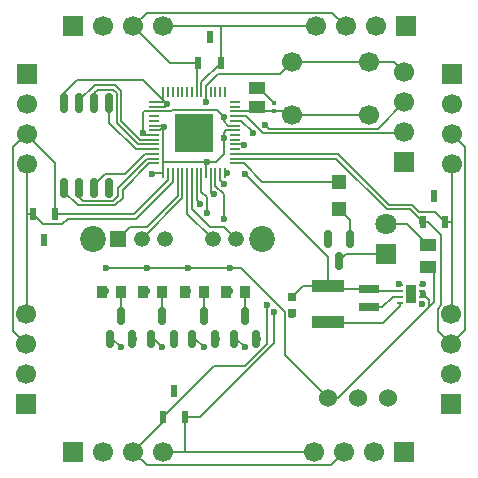
<source format=gbr>
%TF.GenerationSoftware,KiCad,Pcbnew,9.0.6*%
%TF.CreationDate,2025-12-07T19:24:30-08:00*%
%TF.ProjectId,redstone_repeater,72656473-746f-46e6-955f-726570656174,rev?*%
%TF.SameCoordinates,Original*%
%TF.FileFunction,Copper,L1,Top*%
%TF.FilePolarity,Positive*%
%FSLAX46Y46*%
G04 Gerber Fmt 4.6, Leading zero omitted, Abs format (unit mm)*
G04 Created by KiCad (PCBNEW 9.0.6) date 2025-12-07 19:24:30*
%MOMM*%
%LPD*%
G01*
G04 APERTURE LIST*
G04 Aperture macros list*
%AMRoundRect*
0 Rectangle with rounded corners*
0 $1 Rounding radius*
0 $2 $3 $4 $5 $6 $7 $8 $9 X,Y pos of 4 corners*
0 Add a 4 corners polygon primitive as box body*
4,1,4,$2,$3,$4,$5,$6,$7,$8,$9,$2,$3,0*
0 Add four circle primitives for the rounded corners*
1,1,$1+$1,$2,$3*
1,1,$1+$1,$4,$5*
1,1,$1+$1,$6,$7*
1,1,$1+$1,$8,$9*
0 Add four rect primitives between the rounded corners*
20,1,$1+$1,$2,$3,$4,$5,0*
20,1,$1+$1,$4,$5,$6,$7,0*
20,1,$1+$1,$6,$7,$8,$9,0*
20,1,$1+$1,$8,$9,$2,$3,0*%
G04 Aperture macros list end*
%TA.AperFunction,ComponentPad*%
%ADD10C,1.524000*%
%TD*%
%TA.AperFunction,SMDPad,CuDef*%
%ADD11RoundRect,0.150000X0.150000X-0.587500X0.150000X0.587500X-0.150000X0.587500X-0.150000X-0.587500X0*%
%TD*%
%TA.AperFunction,SMDPad,CuDef*%
%ADD12R,0.950000X1.000000*%
%TD*%
%TA.AperFunction,SMDPad,CuDef*%
%ADD13RoundRect,0.150000X-0.150000X0.587500X-0.150000X-0.587500X0.150000X-0.587500X0.150000X0.587500X0*%
%TD*%
%TA.AperFunction,ComponentPad*%
%ADD14C,1.700000*%
%TD*%
%TA.AperFunction,ComponentPad*%
%ADD15R,1.337000X1.337000*%
%TD*%
%TA.AperFunction,ComponentPad*%
%ADD16C,1.337000*%
%TD*%
%TA.AperFunction,ComponentPad*%
%ADD17C,2.190000*%
%TD*%
%TA.AperFunction,SMDPad,CuDef*%
%ADD18RoundRect,0.062500X0.187500X0.062500X-0.187500X0.062500X-0.187500X-0.062500X0.187500X-0.062500X0*%
%TD*%
%TA.AperFunction,HeatsinkPad*%
%ADD19C,0.600000*%
%TD*%
%TA.AperFunction,SMDPad,CuDef*%
%ADD20R,0.900000X1.600000*%
%TD*%
%TA.AperFunction,ComponentPad*%
%ADD21R,1.700000X1.700000*%
%TD*%
%TA.AperFunction,SMDPad,CuDef*%
%ADD22R,0.420000X0.460000*%
%TD*%
%TA.AperFunction,SMDPad,CuDef*%
%ADD23R,1.800000X0.800000*%
%TD*%
%TA.AperFunction,SMDPad,CuDef*%
%ADD24R,0.600000X1.100000*%
%TD*%
%TA.AperFunction,SMDPad,CuDef*%
%ADD25R,0.700000X0.650000*%
%TD*%
%TA.AperFunction,SMDPad,CuDef*%
%ADD26R,1.450000X1.000000*%
%TD*%
%TA.AperFunction,SMDPad,CuDef*%
%ADD27R,2.700000X1.100000*%
%TD*%
%TA.AperFunction,SMDPad,CuDef*%
%ADD28RoundRect,0.162500X0.162500X-0.650000X0.162500X0.650000X-0.162500X0.650000X-0.162500X-0.650000X0*%
%TD*%
%TA.AperFunction,SMDPad,CuDef*%
%ADD29RoundRect,0.050000X0.050000X-0.387500X0.050000X0.387500X-0.050000X0.387500X-0.050000X-0.387500X0*%
%TD*%
%TA.AperFunction,SMDPad,CuDef*%
%ADD30RoundRect,0.050000X0.387500X-0.050000X0.387500X0.050000X-0.387500X0.050000X-0.387500X-0.050000X0*%
%TD*%
%TA.AperFunction,HeatsinkPad*%
%ADD31R,3.200000X3.200000*%
%TD*%
%TA.AperFunction,SMDPad,CuDef*%
%ADD32R,1.470000X1.020000*%
%TD*%
%TA.AperFunction,ComponentPad*%
%ADD33R,1.800000X1.800000*%
%TD*%
%TA.AperFunction,ComponentPad*%
%ADD34C,1.800000*%
%TD*%
%TA.AperFunction,SMDPad,CuDef*%
%ADD35R,1.250000X1.150000*%
%TD*%
%TA.AperFunction,ViaPad*%
%ADD36C,0.600000*%
%TD*%
%TA.AperFunction,Conductor*%
%ADD37C,0.200000*%
%TD*%
G04 APERTURE END LIST*
D10*
%TO.P,U2,1,Vin*%
%TO.N,VCC*%
X192580000Y-68500000D03*
%TO.P,U2,2,GND*%
%TO.N,GND*%
X190040000Y-68500000D03*
%TO.P,U2,3,Vout*%
%TO.N,/5V_LOCAL*%
X187500000Y-68500000D03*
%TD*%
D11*
%TO.P,Q4,1,B*%
%TO.N,Net-(Q4-B)*%
X179550000Y-63437500D03*
%TO.P,Q4,2,E*%
%TO.N,GND*%
X181450000Y-63437500D03*
%TO.P,Q4,3,C*%
%TO.N,Net-(D4-K)*%
X180500000Y-61562500D03*
%TD*%
D12*
%TO.P,D3,1,K*%
%TO.N,Net-(D3-K)*%
X177000000Y-59500000D03*
%TO.P,D3,2,A*%
%TO.N,Net-(D3-A)*%
X175400000Y-59500000D03*
%TD*%
D13*
%TO.P,Q5,1,B*%
%TO.N,Net-(Q5-B)*%
X189400000Y-55000000D03*
%TO.P,Q5,2,E*%
%TO.N,GND*%
X187500000Y-55000000D03*
%TO.P,Q5,3,C*%
%TO.N,Net-(D5-K)*%
X188450000Y-56875000D03*
%TD*%
D14*
%TO.P,SW1,1,A*%
%TO.N,/3.3V_LOCAL*%
X184500000Y-40000000D03*
X191000000Y-40000000D03*
%TO.P,SW1,2,B*%
%TO.N,Net-(SW1-B)*%
X184500000Y-44500000D03*
X191000000Y-44500000D03*
%TD*%
D15*
%TO.P,S1,1,NC*%
%TO.N,Net-(S1-NC)*%
X169753508Y-55000000D03*
D16*
%TO.P,S1,2,NO_1*%
%TO.N,Net-(S1-NO_1)*%
X171753508Y-55000000D03*
%TO.P,S1,3,COM*%
%TO.N,GND*%
X173753508Y-55000000D03*
%TO.P,S1,4,NO_2*%
%TO.N,Net-(S1-NO_2)*%
X177753508Y-55000000D03*
%TO.P,S1,5,NO_3*%
%TO.N,Net-(S1-NO_3)*%
X179753508Y-55000000D03*
D17*
%TO.P,S1,6,MH1*%
%TO.N,unconnected-(S1-MH1-Pad6)*%
X167603508Y-55000000D03*
%TO.P,S1,7,MH2*%
%TO.N,unconnected-(S1-MH2-Pad7)*%
X181903508Y-55000000D03*
%TD*%
D18*
%TO.P,U3,1,PGND*%
%TO.N,GND*%
X195500000Y-60413863D03*
%TO.P,U3,2,VIN*%
%TO.N,/5V_LOCAL*%
X195500000Y-59913863D03*
%TO.P,U3,3,EN*%
X195500000Y-59413863D03*
%TO.P,U3,4,AGND*%
%TO.N,GND*%
X195500000Y-58913863D03*
%TO.P,U3,5,FB*%
X193600000Y-58913863D03*
%TO.P,U3,6,VOS*%
%TO.N,/3.3V_LOCAL*%
X193600000Y-59413863D03*
%TO.P,U3,7,SW*%
%TO.N,Net-(U3-SW)*%
X193600000Y-59913863D03*
%TO.P,U3,8,PG*%
%TO.N,Net-(U3-PG)*%
X193600000Y-60413863D03*
D19*
%TO.P,U3,9,PAD*%
%TO.N,GND*%
X194550000Y-60163863D03*
D20*
X194550000Y-59663863D03*
D19*
X194550000Y-59163863D03*
%TD*%
D21*
%TO.P,J9,1,Pin_1*%
%TO.N,GND*%
X194000000Y-48500000D03*
D14*
%TO.P,J9,2,Pin_2*%
%TO.N,Net-(J9-Pin_2)*%
X194000000Y-45960000D03*
%TO.P,J9,3,Pin_3*%
%TO.N,Net-(J9-Pin_3)*%
X194000000Y-43420000D03*
%TO.P,J9,4,Pin_4*%
%TO.N,/3.3V_LOCAL*%
X194000000Y-40880000D03*
%TD*%
D22*
%TO.P,C7,1,1*%
%TO.N,Net-(SW1-B)*%
X183000000Y-44160000D03*
%TO.P,C7,2,2*%
%TO.N,GND*%
X183000000Y-43500000D03*
%TD*%
D21*
%TO.P,J8,1,Pin_1*%
%TO.N,GND*%
X162000000Y-69000000D03*
D14*
%TO.P,J8,2,Pin_2*%
%TO.N,VCC*%
X162000000Y-66460000D03*
%TO.P,J8,3,Pin_3*%
%TO.N,/W_TX*%
X162000000Y-63920000D03*
%TO.P,J8,4,Pin_4*%
%TO.N,/W_RX*%
X162000000Y-61380000D03*
%TD*%
D12*
%TO.P,D4,1,K*%
%TO.N,Net-(D4-K)*%
X180500000Y-59500000D03*
%TO.P,D4,2,A*%
%TO.N,Net-(D4-A)*%
X178900000Y-59500000D03*
%TD*%
D21*
%TO.P,J4,1,Pin_1*%
%TO.N,GND*%
X197975000Y-69000000D03*
D14*
%TO.P,J4,2,Pin_2*%
%TO.N,VCC*%
X197975000Y-66460000D03*
%TO.P,J4,3,Pin_3*%
%TO.N,/E_TX*%
X197975000Y-63920000D03*
%TO.P,J4,4,Pin_4*%
%TO.N,/E_RX*%
X197975000Y-61380000D03*
%TD*%
D23*
%TO.P,L1,1,1*%
%TO.N,/3.3V_LOCAL*%
X191000000Y-59200000D03*
%TO.P,L1,2,2*%
%TO.N,Net-(U3-SW)*%
X191000000Y-60800000D03*
%TD*%
D24*
%TO.P,D18,1,K1*%
%TO.N,/E_TX*%
X195550000Y-53550000D03*
%TO.P,D18,2,K2*%
%TO.N,/E_RX*%
X197450000Y-53550000D03*
%TO.P,D18,3,COM_A*%
%TO.N,GND*%
X196500000Y-51350000D03*
%TD*%
D12*
%TO.P,D1,1,K*%
%TO.N,Net-(D1-K)*%
X170000000Y-59500000D03*
%TO.P,D1,2,A*%
%TO.N,Net-(D1-A)*%
X168400000Y-59500000D03*
%TD*%
D11*
%TO.P,Q1,1,B*%
%TO.N,Net-(Q1-B)*%
X169050000Y-63437500D03*
%TO.P,Q1,2,E*%
%TO.N,GND*%
X170950000Y-63437500D03*
%TO.P,Q1,3,C*%
%TO.N,Net-(D1-K)*%
X170000000Y-61562500D03*
%TD*%
D21*
%TO.P,J1,1,Pin_1*%
%TO.N,GND*%
X165975000Y-37000000D03*
D14*
%TO.P,J1,2,Pin_2*%
%TO.N,VCC*%
X168515000Y-37000000D03*
%TO.P,J1,3,Pin_3*%
%TO.N,/N_TX*%
X171055000Y-37000000D03*
%TO.P,J1,4,Pin_4*%
%TO.N,/N_RX*%
X173595000Y-37000000D03*
%TD*%
D25*
%TO.P,C5,1,1*%
%TO.N,/3.3V_LOCAL*%
X184500000Y-59913863D03*
%TO.P,C5,2,2*%
%TO.N,GND*%
X184500000Y-61263863D03*
%TD*%
D26*
%TO.P,R10,1*%
%TO.N,/5V_LOCAL*%
X196000000Y-57400000D03*
%TO.P,R10,2*%
%TO.N,Net-(D5-A)*%
X196000000Y-55500000D03*
%TD*%
D27*
%TO.P,R17,1*%
%TO.N,/3.3V_LOCAL*%
X187500000Y-59000000D03*
%TO.P,R17,2*%
%TO.N,Net-(U3-PG)*%
X187500000Y-62000000D03*
%TD*%
D21*
%TO.P,J2,1,Pin_1*%
%TO.N,GND*%
X194095000Y-37000000D03*
D14*
%TO.P,J2,2,Pin_2*%
%TO.N,VCC*%
X191555000Y-37000000D03*
%TO.P,J2,3,Pin_3*%
%TO.N,/N_TX*%
X189015000Y-37000000D03*
%TO.P,J2,4,Pin_4*%
%TO.N,/N_RX*%
X186475000Y-37000000D03*
%TD*%
D24*
%TO.P,D21,1,K1*%
%TO.N,/W_TX*%
X164450000Y-52900000D03*
%TO.P,D21,2,K2*%
%TO.N,/W_RX*%
X162550000Y-52900000D03*
%TO.P,D21,3,COM_A*%
%TO.N,GND*%
X163500000Y-55100000D03*
%TD*%
D12*
%TO.P,D2,1,K*%
%TO.N,Net-(D2-K)*%
X173500000Y-59500000D03*
%TO.P,D2,2,A*%
%TO.N,Net-(D2-A)*%
X171900000Y-59500000D03*
%TD*%
D11*
%TO.P,Q2,1,B*%
%TO.N,Net-(Q2-B)*%
X172550000Y-63437500D03*
%TO.P,Q2,2,E*%
%TO.N,GND*%
X174450000Y-63437500D03*
%TO.P,Q2,3,C*%
%TO.N,Net-(D2-K)*%
X173500000Y-61562500D03*
%TD*%
D28*
%TO.P,U5,1,~{CS}*%
%TO.N,Net-(U1-QSPI_SS)*%
X165194999Y-50650000D03*
%TO.P,U5,2,DO/IO_{1}*%
%TO.N,Net-(U1-QSPI_SD1)*%
X166464999Y-50650000D03*
%TO.P,U5,3,~{WP}/IO_{2}*%
%TO.N,Net-(U1-QSPI_SD2)*%
X167734999Y-50650000D03*
%TO.P,U5,4,GND*%
%TO.N,GND*%
X169004999Y-50650000D03*
%TO.P,U5,5,DI/IO_{0}*%
%TO.N,Net-(U1-QSPI_SD0)*%
X169004999Y-43475000D03*
%TO.P,U5,6,CLK*%
%TO.N,Net-(U1-QSPI_SCLK)*%
X167734999Y-43475000D03*
%TO.P,U5,7,~{HOLD}/~{RESET}/IO_{3}*%
%TO.N,Net-(U1-QSPI_SD3)*%
X166464999Y-43475000D03*
%TO.P,U5,8,VCC*%
%TO.N,/3.3V_LOCAL*%
X165194999Y-43475000D03*
%TD*%
D21*
%TO.P,J6,1,Pin_1*%
%TO.N,GND*%
X193975000Y-73025000D03*
D14*
%TO.P,J6,2,Pin_2*%
%TO.N,VCC*%
X191435000Y-73025000D03*
%TO.P,J6,3,Pin_3*%
%TO.N,/S_TX*%
X188895000Y-73025000D03*
%TO.P,J6,4,Pin_4*%
%TO.N,/S_RX*%
X186355000Y-73025000D03*
%TD*%
D29*
%TO.P,U1,1,IOVDD*%
%TO.N,/3.3V_LOCAL*%
X173600000Y-49437500D03*
%TO.P,U1,2,GPIO0*%
%TO.N,/W_TX*%
X174000001Y-49437500D03*
%TO.P,U1,3,GPIO1*%
%TO.N,/W_RX*%
X174400000Y-49437500D03*
%TO.P,U1,4,GPIO2*%
%TO.N,Net-(S1-NC)*%
X174800000Y-49437500D03*
%TO.P,U1,5,GPIO3*%
%TO.N,Net-(S1-NO_1)*%
X175200000Y-49437500D03*
%TO.P,U1,6,GPIO4*%
%TO.N,Net-(S1-NO_2)*%
X175599999Y-49437500D03*
%TO.P,U1,7,GPIO5*%
%TO.N,Net-(S1-NO_3)*%
X176000000Y-49437500D03*
%TO.P,U1,8,GPIO6*%
%TO.N,Net-(U1-GPIO6)*%
X176400000Y-49437500D03*
%TO.P,U1,9,GPIO7*%
%TO.N,Net-(U1-GPIO7)*%
X176800001Y-49437500D03*
%TO.P,U1,10,IOVDD*%
%TO.N,/3.3V_LOCAL*%
X177200000Y-49437500D03*
%TO.P,U1,11,GPIO8*%
%TO.N,Net-(U1-GPIO8)*%
X177600000Y-49437500D03*
%TO.P,U1,12,GPIO9*%
%TO.N,Net-(U1-GPIO9)*%
X178000000Y-49437500D03*
%TO.P,U1,13,GPIO10*%
%TO.N,/S_TX*%
X178399999Y-49437500D03*
%TO.P,U1,14,GPIO11*%
%TO.N,/S_RX*%
X178800000Y-49437500D03*
D30*
%TO.P,U1,15,GPIO12*%
%TO.N,Net-(U1-GPIO12)*%
X179637500Y-48600000D03*
%TO.P,U1,16,GPIO13*%
%TO.N,/E_TX*%
X179637500Y-48199999D03*
%TO.P,U1,17,GPIO14*%
%TO.N,/E_RX*%
X179637500Y-47800000D03*
%TO.P,U1,18,GPIO15*%
%TO.N,unconnected-(U1-GPIO15-Pad18)*%
X179637500Y-47400000D03*
%TO.P,U1,19,TESTEN*%
%TO.N,GND*%
X179637500Y-47000000D03*
%TO.P,U1,20,XIN*%
%TO.N,unconnected-(U1-XIN-Pad20)*%
X179637500Y-46600001D03*
%TO.P,U1,21,XOUT*%
%TO.N,unconnected-(U1-XOUT-Pad21)*%
X179637500Y-46200000D03*
%TO.P,U1,22,IOVDD*%
%TO.N,/3.3V_LOCAL*%
X179637500Y-45800000D03*
%TO.P,U1,23,DVDD*%
%TO.N,Net-(U1-VREG_VOUT)*%
X179637500Y-45399999D03*
%TO.P,U1,24,SWCLK*%
%TO.N,Net-(J9-Pin_3)*%
X179637500Y-45000000D03*
%TO.P,U1,25,SWD*%
%TO.N,Net-(J9-Pin_2)*%
X179637500Y-44600000D03*
%TO.P,U1,26,RUN*%
%TO.N,Net-(SW1-B)*%
X179637500Y-44200000D03*
%TO.P,U1,27,GPIO16*%
%TO.N,unconnected-(U1-GPIO16-Pad27)*%
X179637500Y-43800001D03*
%TO.P,U1,28,GPIO17*%
%TO.N,unconnected-(U1-GPIO17-Pad28)*%
X179637500Y-43400000D03*
D29*
%TO.P,U1,29,GPIO18*%
%TO.N,unconnected-(U1-GPIO18-Pad29)*%
X178800000Y-42562500D03*
%TO.P,U1,30,GPIO19*%
%TO.N,unconnected-(U1-GPIO19-Pad30)*%
X178399999Y-42562500D03*
%TO.P,U1,31,GPIO20*%
%TO.N,unconnected-(U1-GPIO20-Pad31)*%
X178000000Y-42562500D03*
%TO.P,U1,32,GPIO21*%
%TO.N,unconnected-(U1-GPIO21-Pad32)*%
X177600000Y-42562500D03*
%TO.P,U1,33,IOVDD*%
%TO.N,/3.3V_LOCAL*%
X177200000Y-42562500D03*
%TO.P,U1,34,GPIO22*%
%TO.N,/N_RX*%
X176800001Y-42562500D03*
%TO.P,U1,35,GPIO23*%
%TO.N,/N_TX*%
X176400000Y-42562500D03*
%TO.P,U1,36,GPIO24*%
%TO.N,unconnected-(U1-GPIO24-Pad36)*%
X176000000Y-42562500D03*
%TO.P,U1,37,GPIO25*%
%TO.N,unconnected-(U1-GPIO25-Pad37)*%
X175599999Y-42562500D03*
%TO.P,U1,38,GPIO26_ADC0*%
%TO.N,unconnected-(U1-GPIO26_ADC0-Pad38)*%
X175200000Y-42562500D03*
%TO.P,U1,39,GPIO27_ADC1*%
%TO.N,unconnected-(U1-GPIO27_ADC1-Pad39)*%
X174800000Y-42562500D03*
%TO.P,U1,40,GPIO28_ADC2*%
%TO.N,unconnected-(U1-GPIO28_ADC2-Pad40)*%
X174400000Y-42562500D03*
%TO.P,U1,41,GPIO29_ADC3*%
%TO.N,unconnected-(U1-GPIO29_ADC3-Pad41)*%
X174000001Y-42562500D03*
%TO.P,U1,42,IOVDD*%
%TO.N,/3.3V_LOCAL*%
X173600000Y-42562500D03*
D30*
%TO.P,U1,43,ADC_AVDD*%
X172762500Y-43400000D03*
%TO.P,U1,44,VREG_IN*%
X172762500Y-43800001D03*
%TO.P,U1,45,VREG_VOUT*%
%TO.N,Net-(U1-VREG_VOUT)*%
X172762500Y-44200000D03*
%TO.P,U1,46,USB_DM*%
%TO.N,unconnected-(U1-USB_DM-Pad46)*%
X172762500Y-44600000D03*
%TO.P,U1,47,USB_DP*%
%TO.N,unconnected-(U1-USB_DP-Pad47)*%
X172762500Y-45000000D03*
%TO.P,U1,48,USB_VDD*%
%TO.N,/3.3V_LOCAL*%
X172762500Y-45399999D03*
%TO.P,U1,49,IOVDD*%
X172762500Y-45800000D03*
%TO.P,U1,50,DVDD*%
%TO.N,Net-(U1-VREG_VOUT)*%
X172762500Y-46200000D03*
%TO.P,U1,51,QSPI_SD3*%
%TO.N,Net-(U1-QSPI_SD3)*%
X172762500Y-46600001D03*
%TO.P,U1,52,QSPI_SCLK*%
%TO.N,Net-(U1-QSPI_SCLK)*%
X172762500Y-47000000D03*
%TO.P,U1,53,QSPI_SD0*%
%TO.N,Net-(U1-QSPI_SD0)*%
X172762500Y-47400000D03*
%TO.P,U1,54,QSPI_SD2*%
%TO.N,Net-(U1-QSPI_SD2)*%
X172762500Y-47800000D03*
%TO.P,U1,55,QSPI_SD1*%
%TO.N,Net-(U1-QSPI_SD1)*%
X172762500Y-48199999D03*
%TO.P,U1,56,QSPI_SS*%
%TO.N,Net-(U1-QSPI_SS)*%
X172762500Y-48600000D03*
D31*
%TO.P,U1,57,GND*%
%TO.N,GND*%
X176200000Y-46000000D03*
%TD*%
D32*
%TO.P,C6,1,1*%
%TO.N,Net-(SW1-B)*%
X181500000Y-43800000D03*
%TO.P,C6,2,2*%
%TO.N,GND*%
X181500000Y-42200000D03*
%TD*%
D33*
%TO.P,D5,1,K*%
%TO.N,Net-(D5-K)*%
X192403508Y-56270000D03*
D34*
%TO.P,D5,2,A*%
%TO.N,Net-(D5-A)*%
X192403508Y-53730000D03*
%TD*%
D21*
%TO.P,J5,1,Pin_1*%
%TO.N,GND*%
X165975000Y-73000000D03*
D14*
%TO.P,J5,2,Pin_2*%
%TO.N,VCC*%
X168515000Y-73000000D03*
%TO.P,J5,3,Pin_3*%
%TO.N,/S_TX*%
X171055000Y-73000000D03*
%TO.P,J5,4,Pin_4*%
%TO.N,/S_RX*%
X173595000Y-73000000D03*
%TD*%
D24*
%TO.P,D17,1,K1*%
%TO.N,/N_TX*%
X176550000Y-40100000D03*
%TO.P,D17,2,K2*%
%TO.N,/N_RX*%
X178450000Y-40100000D03*
%TO.P,D17,3,COM_A*%
%TO.N,GND*%
X177500000Y-37900000D03*
%TD*%
%TO.P,D20,1,K1*%
%TO.N,/S_TX*%
X173550000Y-70100000D03*
%TO.P,D20,2,K2*%
%TO.N,/S_RX*%
X175450000Y-70100000D03*
%TO.P,D20,3,COM_A*%
%TO.N,GND*%
X174500000Y-67900000D03*
%TD*%
D21*
%TO.P,J7,1,Pin_1*%
%TO.N,GND*%
X162050000Y-41000000D03*
D14*
%TO.P,J7,2,Pin_2*%
%TO.N,VCC*%
X162050000Y-43540000D03*
%TO.P,J7,3,Pin_3*%
%TO.N,/W_TX*%
X162050000Y-46080000D03*
%TO.P,J7,4,Pin_4*%
%TO.N,/W_RX*%
X162050000Y-48620000D03*
%TD*%
D11*
%TO.P,Q3,1,B*%
%TO.N,Net-(Q3-B)*%
X176050000Y-63437500D03*
%TO.P,Q3,2,E*%
%TO.N,GND*%
X177950000Y-63437500D03*
%TO.P,Q3,3,C*%
%TO.N,Net-(D3-K)*%
X177000000Y-61562500D03*
%TD*%
D21*
%TO.P,J3,1,Pin_1*%
%TO.N,GND*%
X198000000Y-41000000D03*
D14*
%TO.P,J3,2,Pin_2*%
%TO.N,VCC*%
X198000000Y-43540000D03*
%TO.P,J3,3,Pin_3*%
%TO.N,/E_TX*%
X198000000Y-46080000D03*
%TO.P,J3,4,Pin_4*%
%TO.N,/E_RX*%
X198000000Y-48620000D03*
%TD*%
D35*
%TO.P,R9,1*%
%TO.N,Net-(Q5-B)*%
X188500000Y-52500000D03*
%TO.P,R9,2*%
%TO.N,Net-(U1-GPIO12)*%
X188500000Y-50150000D03*
%TD*%
D36*
%TO.N,/5V_LOCAL*%
X195580000Y-59693863D03*
X179200000Y-57500000D03*
X168700000Y-57500000D03*
X172200000Y-57500000D03*
X175700000Y-57500000D03*
%TO.N,GND*%
X177200000Y-46000000D03*
X187500000Y-55000000D03*
X169000000Y-50500000D03*
X195538845Y-58788863D03*
X195461137Y-60538863D03*
X175200000Y-47000000D03*
X181500000Y-42000000D03*
X177200000Y-47000000D03*
X181608119Y-63471168D03*
X176200000Y-45000000D03*
X171108119Y-63471168D03*
X177200000Y-45000000D03*
X176200000Y-46000000D03*
X180457819Y-47009694D03*
X175200000Y-46000000D03*
X193503362Y-58788863D03*
X174500000Y-68000000D03*
X175200000Y-45000000D03*
X177500000Y-38000000D03*
X184500000Y-61413863D03*
X196500000Y-51350000D03*
X176200000Y-47000000D03*
X174608119Y-63471168D03*
X163500000Y-55000000D03*
X178108119Y-63471168D03*
%TO.N,/3.3V_LOCAL*%
X173900000Y-43600000D03*
X178706166Y-46466793D03*
X172600000Y-49500000D03*
X177300000Y-48500000D03*
X180475735Y-49524265D03*
X177200134Y-43375302D03*
X173629998Y-45500000D03*
%TO.N,Net-(U1-VREG_VOUT)*%
X171845229Y-46000001D03*
X178700000Y-44700000D03*
%TO.N,Net-(D1-A)*%
X168700000Y-59400000D03*
%TO.N,Net-(D2-A)*%
X172200000Y-59400000D03*
%TO.N,Net-(D3-A)*%
X175700000Y-59400000D03*
%TO.N,Net-(D4-A)*%
X179200000Y-59400000D03*
%TO.N,/E_TX*%
X195500000Y-53500000D03*
%TO.N,/S_RX*%
X182988235Y-61211762D03*
X178999999Y-49442297D03*
%TO.N,/S_TX*%
X182388235Y-60611765D03*
X178724265Y-50375735D03*
%TO.N,Net-(J9-Pin_3)*%
X181157819Y-46006346D03*
X182168390Y-45318444D03*
%TO.N,Net-(Q2-B)*%
X173500000Y-64175000D03*
%TO.N,Net-(Q3-B)*%
X177000000Y-64175000D03*
%TO.N,Net-(Q4-B)*%
X180500000Y-64175000D03*
%TO.N,Net-(U1-GPIO7)*%
X177275735Y-52830685D03*
%TO.N,Net-(Q1-B)*%
X170000000Y-64175000D03*
%TO.N,Net-(U1-GPIO8)*%
X177875735Y-51224265D03*
%TO.N,Net-(U1-GPIO6)*%
X176675735Y-52005206D03*
%TO.N,Net-(U1-GPIO9)*%
X178723008Y-53276992D03*
%TD*%
D37*
%TO.N,/5V_LOCAL*%
X195500000Y-59413863D02*
X195500000Y-59913863D01*
X196000000Y-57400000D02*
X196500000Y-57900000D01*
X196500000Y-60349943D02*
X196062137Y-60787806D01*
X195500000Y-59773863D02*
X195580000Y-59693863D01*
X195580000Y-59693863D02*
X196062137Y-60176000D01*
X196500000Y-57900000D02*
X196500000Y-60349943D01*
X183849000Y-64849000D02*
X187500000Y-68500000D01*
X196062137Y-60176000D02*
X196062137Y-60787806D01*
X175700000Y-57500000D02*
X179200000Y-57500000D01*
X195500000Y-59913863D02*
X195500000Y-59773863D01*
X172200000Y-57500000D02*
X168700000Y-57500000D01*
X188349943Y-68500000D02*
X187500000Y-68500000D01*
X183849000Y-61224000D02*
X183849000Y-64849000D01*
X172200000Y-57500000D02*
X175700000Y-57500000D01*
X196062137Y-60787806D02*
X188349943Y-68500000D01*
X179200000Y-57500000D02*
X180125000Y-57500000D01*
X180125000Y-57500000D02*
X183849000Y-61224000D01*
%TO.N,GND*%
X174450000Y-63437500D02*
X174574451Y-63437500D01*
X169004999Y-50504999D02*
X169000000Y-50500000D01*
X170950000Y-63437500D02*
X171074451Y-63437500D01*
X180448125Y-47000000D02*
X180457819Y-47009694D01*
X181700000Y-42200000D02*
X181500000Y-42200000D01*
X174574451Y-63437500D02*
X174608119Y-63471168D01*
X171074451Y-63437500D02*
X171108119Y-63471168D01*
X181450000Y-63437500D02*
X181574451Y-63437500D01*
X169004999Y-50650000D02*
X169004999Y-50504999D01*
X177950000Y-63437500D02*
X178074451Y-63437500D01*
X178074451Y-63437500D02*
X178108119Y-63471168D01*
X195500000Y-58827708D02*
X195538845Y-58788863D01*
X183000000Y-43500000D02*
X181700000Y-42200000D01*
X193600000Y-58913863D02*
X193600000Y-58885501D01*
X184500000Y-61263863D02*
X184500000Y-61413863D01*
X179637500Y-47000000D02*
X180448125Y-47000000D01*
X195500000Y-58913863D02*
X195500000Y-58827708D01*
X195500000Y-60500000D02*
X195461137Y-60538863D01*
X195500000Y-60413863D02*
X195500000Y-60500000D01*
X181574451Y-63437500D02*
X181608119Y-63471168D01*
X193600000Y-58885501D02*
X193503362Y-58788863D01*
%TO.N,/3.3V_LOCAL*%
X177300000Y-48500000D02*
X173600000Y-48500000D01*
X188200000Y-59200000D02*
X191000000Y-59200000D01*
X172762500Y-45399999D02*
X173529997Y-45399999D01*
X173600000Y-49437500D02*
X173600000Y-48500000D01*
X185413863Y-59000000D02*
X184500000Y-59913863D01*
X173529997Y-45399999D02*
X173629998Y-45500000D01*
X178010000Y-48500000D02*
X178706166Y-47803834D01*
X173600000Y-45529998D02*
X173629998Y-45500000D01*
X177200000Y-49437500D02*
X177200000Y-48600000D01*
X191213863Y-59413863D02*
X193600000Y-59413863D01*
X165194999Y-42662501D02*
X166298000Y-41559500D01*
X178706166Y-47803834D02*
X178706166Y-46466793D01*
X173600000Y-48500000D02*
X173600000Y-45529998D01*
X173329998Y-45800000D02*
X173629998Y-45500000D01*
X188000000Y-59000000D02*
X188200000Y-59200000D01*
X173699999Y-43800001D02*
X173900000Y-43600000D01*
X171859500Y-41559500D02*
X173900000Y-43600000D01*
X187500000Y-59000000D02*
X185413863Y-59000000D01*
X173600000Y-42562500D02*
X173600000Y-43300000D01*
X184500000Y-40000000D02*
X183500000Y-41000000D01*
X165194999Y-43475000D02*
X165194999Y-42662501D01*
X172762500Y-43800001D02*
X173699999Y-43800001D01*
X172662500Y-49437500D02*
X172600000Y-49500000D01*
X166298000Y-41559500D02*
X171859500Y-41559500D01*
X187500000Y-59000000D02*
X187500000Y-56548530D01*
X172762500Y-43400000D02*
X173700000Y-43400000D01*
X177200000Y-42027226D02*
X178227226Y-41000000D01*
X194000000Y-40880000D02*
X193120000Y-40000000D01*
X193120000Y-40000000D02*
X191000000Y-40000000D01*
X183500000Y-41000000D02*
X178227226Y-41000000D01*
X187500000Y-59000000D02*
X188000000Y-59000000D01*
X178900000Y-45800000D02*
X178706166Y-45993834D01*
X191000000Y-59200000D02*
X191213863Y-59413863D01*
X191000000Y-40000000D02*
X184500000Y-40000000D01*
X179637500Y-45800000D02*
X178900000Y-45800000D01*
X177200000Y-42562500D02*
X177200000Y-43375168D01*
X177300000Y-48500000D02*
X178010000Y-48500000D01*
X177200000Y-43375168D02*
X177200134Y-43375302D01*
X178706166Y-45993834D02*
X178706166Y-46466793D01*
X173600000Y-49437500D02*
X172662500Y-49437500D01*
X173700000Y-43400000D02*
X173900000Y-43600000D01*
X187500000Y-56548530D02*
X180475735Y-49524265D01*
X177200000Y-48600000D02*
X177300000Y-48500000D01*
X177200000Y-42562500D02*
X177200000Y-42027226D01*
X172762500Y-45800000D02*
X173329998Y-45800000D01*
%TO.N,Net-(U1-VREG_VOUT)*%
X178700000Y-44700000D02*
X178700000Y-44698000D01*
X179099999Y-45399999D02*
X178700000Y-45000000D01*
X178700000Y-45000000D02*
X178700000Y-44700000D01*
X172045228Y-46200000D02*
X171845229Y-46000001D01*
X174198000Y-44200000D02*
X174299000Y-44099000D01*
X174299000Y-44099000D02*
X178101000Y-44099000D01*
X172762500Y-44200000D02*
X174198000Y-44200000D01*
X179637500Y-45399999D02*
X179099999Y-45399999D01*
X171845229Y-44317270D02*
X171845229Y-46000001D01*
X178700000Y-44698000D02*
X178101000Y-44099000D01*
X171962499Y-44200000D02*
X171845229Y-44317270D01*
X172762500Y-44200000D02*
X171962499Y-44200000D01*
X172762500Y-46200000D02*
X172045228Y-46200000D01*
%TO.N,Net-(D1-A)*%
X168600000Y-59500000D02*
X168700000Y-59400000D01*
X168400000Y-59500000D02*
X168600000Y-59500000D01*
%TO.N,Net-(D2-A)*%
X171900000Y-59500000D02*
X172100000Y-59500000D01*
X172100000Y-59500000D02*
X172200000Y-59400000D01*
%TO.N,Net-(D3-A)*%
X175400000Y-59500000D02*
X175600000Y-59500000D01*
X175600000Y-59500000D02*
X175700000Y-59400000D01*
%TO.N,Net-(D4-A)*%
X178900000Y-59500000D02*
X179100000Y-59500000D01*
X179100000Y-59500000D02*
X179200000Y-59400000D01*
%TO.N,/N_RX*%
X178450000Y-37050000D02*
X178500000Y-37000000D01*
X178500000Y-37000000D02*
X186475000Y-37000000D01*
X173595000Y-37000000D02*
X178500000Y-37000000D01*
X176800001Y-41749999D02*
X178450000Y-40100000D01*
X176800001Y-42562500D02*
X176800001Y-41749999D01*
X178450000Y-40100000D02*
X178450000Y-37050000D01*
%TO.N,/N_TX*%
X187864000Y-35849000D02*
X172206000Y-35849000D01*
X176550000Y-40100000D02*
X174155000Y-40100000D01*
X174155000Y-40100000D02*
X171055000Y-37000000D01*
X189015000Y-37000000D02*
X187864000Y-35849000D01*
X176400000Y-40250000D02*
X176550000Y-40100000D01*
X172206000Y-35849000D02*
X171055000Y-37000000D01*
X176400000Y-42562500D02*
X176400000Y-40250000D01*
%TO.N,/E_TX*%
X199151000Y-62744000D02*
X199151000Y-47231000D01*
X197113620Y-60613620D02*
X196824000Y-60903240D01*
X195550000Y-53550000D02*
X195998000Y-53550000D01*
X179637500Y-48199999D02*
X188199999Y-48199999D01*
X196824000Y-60903240D02*
X196824000Y-62769000D01*
X194500000Y-52500000D02*
X195550000Y-53550000D01*
X195998000Y-53550000D02*
X197113620Y-54665620D01*
X192500000Y-52500000D02*
X194500000Y-52500000D01*
X196824000Y-62769000D02*
X197975000Y-63920000D01*
X199151000Y-47231000D02*
X198000000Y-46080000D01*
X197113620Y-54665620D02*
X197113620Y-60613620D01*
X188199999Y-48199999D02*
X192500000Y-52500000D01*
X197975000Y-63920000D02*
X199151000Y-62744000D01*
%TO.N,/E_RX*%
X196599000Y-52699000D02*
X195266100Y-52699000D01*
X198000000Y-48620000D02*
X198000000Y-53500000D01*
X194666100Y-52099000D02*
X192666100Y-52099000D01*
X179637500Y-47800000D02*
X180170773Y-47800000D01*
X188366099Y-47798999D02*
X180171774Y-47798999D01*
X192666100Y-52099000D02*
X188366099Y-47798999D01*
X197450000Y-53550000D02*
X196599000Y-52699000D01*
X197450000Y-53550000D02*
X197950000Y-53550000D01*
X198000000Y-53500000D02*
X198000000Y-61355000D01*
X180170773Y-47800000D02*
X180171774Y-47798999D01*
X197950000Y-53550000D02*
X198000000Y-53500000D01*
X198000000Y-61355000D02*
X197975000Y-61380000D01*
X195266100Y-52699000D02*
X194666100Y-52099000D01*
%TO.N,/S_RX*%
X182988235Y-63845833D02*
X182988235Y-61211762D01*
X178800000Y-49437500D02*
X178800000Y-49600000D01*
X186330000Y-73000000D02*
X186355000Y-73025000D01*
X175450000Y-72950000D02*
X175500000Y-73000000D01*
X175500000Y-73000000D02*
X186330000Y-73000000D01*
X176734068Y-70100000D02*
X182988235Y-63845833D01*
X173595000Y-73000000D02*
X175500000Y-73000000D01*
X175450000Y-70100000D02*
X175450000Y-72950000D01*
X175450000Y-70100000D02*
X176734068Y-70100000D01*
%TO.N,/S_TX*%
X172231000Y-74176000D02*
X187744000Y-74176000D01*
X173550000Y-70505000D02*
X171055000Y-73000000D01*
X187744000Y-74176000D02*
X188895000Y-73025000D01*
X173550000Y-70100000D02*
X173550000Y-70505000D01*
X173585032Y-70100000D02*
X177901482Y-65783550D01*
X178399999Y-50051469D02*
X178724265Y-50375735D01*
X171055000Y-73000000D02*
X172231000Y-74176000D01*
X177901482Y-65783550D02*
X180483418Y-65783550D01*
X180483418Y-65783550D02*
X182388235Y-63878733D01*
X182388235Y-63878733D02*
X182388235Y-60611765D01*
X178399999Y-49437500D02*
X178399999Y-50051469D01*
X173550000Y-70100000D02*
X173585032Y-70100000D01*
%TO.N,/W_RX*%
X162550000Y-52900000D02*
X162150000Y-52900000D01*
X165500000Y-53301000D02*
X165500000Y-53302000D01*
X162150000Y-52900000D02*
X162050000Y-53000000D01*
X171266100Y-53301000D02*
X165500000Y-53301000D01*
X162050000Y-53000000D02*
X162050000Y-61330000D01*
X165500000Y-53302000D02*
X165051000Y-53751000D01*
X163401000Y-53751000D02*
X162550000Y-52900000D01*
X162050000Y-61330000D02*
X162000000Y-61380000D01*
X174400000Y-49437500D02*
X174400000Y-50167100D01*
X165051000Y-53751000D02*
X163401000Y-53751000D01*
X174400000Y-50167100D02*
X171266100Y-53301000D01*
X162050000Y-48620000D02*
X162050000Y-53000000D01*
%TO.N,/W_TX*%
X160824000Y-62769000D02*
X161975000Y-63920000D01*
X171100000Y-52900000D02*
X164450000Y-52900000D01*
X164450000Y-52900000D02*
X164450000Y-48555000D01*
X174000001Y-49437500D02*
X174000001Y-49999999D01*
X174000001Y-49999999D02*
X171100000Y-52900000D01*
X164450000Y-48555000D02*
X161975000Y-46080000D01*
X162000000Y-46080000D02*
X160824000Y-47256000D01*
X160824000Y-47256000D02*
X160824000Y-62769000D01*
%TO.N,Net-(J9-Pin_3)*%
X182499530Y-45651000D02*
X182499530Y-45649584D01*
X180172775Y-45000000D02*
X181157819Y-45985044D01*
X179637500Y-45000000D02*
X180172775Y-45000000D01*
X182499530Y-45649584D02*
X182168390Y-45318444D01*
X191769000Y-45651000D02*
X194000000Y-43420000D01*
X182499530Y-45651000D02*
X191769000Y-45651000D01*
X181157819Y-45985044D02*
X181157819Y-46006346D01*
%TO.N,Net-(J9-Pin_2)*%
X181000000Y-45000000D02*
X181001416Y-45000000D01*
X181001416Y-45000000D02*
X181758819Y-45757403D01*
X181758819Y-45757403D02*
X181758819Y-45760232D01*
X180600000Y-44600000D02*
X181000000Y-45000000D01*
X193908000Y-46052000D02*
X194000000Y-45960000D01*
X179637500Y-44600000D02*
X180600000Y-44600000D01*
X182050587Y-46052000D02*
X193908000Y-46052000D01*
X181758819Y-45760232D02*
X182050587Y-46052000D01*
%TO.N,Net-(U3-SW)*%
X192113863Y-60800000D02*
X191000000Y-60800000D01*
X193000000Y-59913863D02*
X192113863Y-60800000D01*
X193000000Y-59913863D02*
X193600000Y-59913863D01*
%TO.N,Net-(U3-PG)*%
X187614863Y-62114863D02*
X187500000Y-62000000D01*
X192201000Y-62114863D02*
X187614863Y-62114863D01*
X193600000Y-60715863D02*
X193600000Y-60413863D01*
X193600000Y-60715863D02*
X192201000Y-62114863D01*
%TO.N,Net-(U1-QSPI_SD2)*%
X172060126Y-47800000D02*
X170323626Y-49536500D01*
X168646009Y-49536500D02*
X167734999Y-50447510D01*
X172762500Y-47800000D02*
X172060126Y-47800000D01*
X170323626Y-49536500D02*
X168646009Y-49536500D01*
X167734999Y-50447510D02*
X167734999Y-50650000D01*
%TO.N,Net-(U1-QSPI_SCLK)*%
X167734999Y-43475000D02*
X167734999Y-42662501D01*
X171428185Y-47000000D02*
X172762500Y-47000000D01*
X169630999Y-42628510D02*
X169630999Y-45202814D01*
X167734999Y-42662501D02*
X168036000Y-42361500D01*
X168036000Y-42361500D02*
X169363989Y-42361500D01*
X169363989Y-42361500D02*
X169630999Y-42628510D01*
X169630999Y-45202814D02*
X171428185Y-47000000D01*
%TO.N,Net-(U1-QSPI_SS)*%
X165194999Y-50650000D02*
X165194999Y-51022500D01*
X165194999Y-51022500D02*
X166336999Y-52164500D01*
X170135999Y-50864001D02*
X172400000Y-48600000D01*
X170135999Y-51558590D02*
X170135999Y-50864001D01*
X166336999Y-52164500D02*
X169530089Y-52164500D01*
X172400000Y-48600000D02*
X172762500Y-48600000D01*
X169530089Y-52164500D02*
X170135999Y-51558590D01*
%TO.N,Net-(U1-QSPI_SD3)*%
X171595286Y-46600001D02*
X170031999Y-45036714D01*
X172762500Y-46600001D02*
X171595286Y-46600001D01*
X169530089Y-41960500D02*
X167777009Y-41960500D01*
X166464999Y-43272510D02*
X166464999Y-43475000D01*
X170031999Y-45036714D02*
X170031999Y-42462410D01*
X167777009Y-41960500D02*
X166464999Y-43272510D01*
X170031999Y-42462410D02*
X169530089Y-41960500D01*
%TO.N,Net-(U1-QSPI_SD0)*%
X172762500Y-47400000D02*
X171261085Y-47400000D01*
X169004999Y-43475000D02*
X169004999Y-45143914D01*
X171261085Y-47400000D02*
X169004999Y-45143914D01*
%TO.N,Net-(D2-K)*%
X173500000Y-61562500D02*
X173500000Y-59500000D01*
%TO.N,Net-(D3-K)*%
X177000000Y-61562500D02*
X177000000Y-59500000D01*
%TO.N,Net-(U1-QSPI_SD1)*%
X172227227Y-48199999D02*
X169734999Y-50692227D01*
X172762500Y-48199999D02*
X172227227Y-48199999D01*
X169734999Y-51392490D02*
X169734999Y-50692227D01*
X166464999Y-50650000D02*
X166464999Y-51462499D01*
X166464999Y-51462499D02*
X166766000Y-51763500D01*
X166766000Y-51763500D02*
X169363989Y-51763500D01*
X169363989Y-51763500D02*
X169734999Y-51392490D01*
%TO.N,Net-(D4-K)*%
X180500000Y-59500000D02*
X180500000Y-61562500D01*
%TO.N,Net-(D5-A)*%
X192403508Y-53730000D02*
X194230000Y-53730000D01*
X194230000Y-53730000D02*
X196000000Y-55500000D01*
%TO.N,Net-(D5-K)*%
X192403508Y-56270000D02*
X189055000Y-56270000D01*
X189055000Y-56270000D02*
X188450000Y-56875000D01*
%TO.N,Net-(Q2-B)*%
X172762500Y-63437500D02*
X173500000Y-64175000D01*
X172550000Y-63437500D02*
X172762500Y-63437500D01*
%TO.N,Net-(SW1-B)*%
X179637500Y-44200000D02*
X181100000Y-44200000D01*
X181100000Y-44200000D02*
X181500000Y-43800000D01*
X183000000Y-44160000D02*
X184160000Y-44160000D01*
X181500000Y-43800000D02*
X181860000Y-44160000D01*
X184160000Y-44160000D02*
X184500000Y-44500000D01*
X191000000Y-44500000D02*
X184500000Y-44500000D01*
X181860000Y-44160000D02*
X183000000Y-44160000D01*
%TO.N,Net-(Q3-B)*%
X176262500Y-63437500D02*
X177000000Y-64175000D01*
X176050000Y-63437500D02*
X176262500Y-63437500D01*
%TO.N,Net-(Q4-B)*%
X179550000Y-63437500D02*
X179762500Y-63437500D01*
X179762500Y-63437500D02*
X180500000Y-64175000D01*
%TO.N,Net-(D1-K)*%
X170000000Y-61562500D02*
X170000000Y-59500000D01*
%TO.N,Net-(Q5-B)*%
X189400000Y-53400000D02*
X188500000Y-52500000D01*
X189400000Y-55000000D02*
X189400000Y-53400000D01*
%TO.N,Net-(U1-GPIO7)*%
X176800001Y-50998474D02*
X176800001Y-49437500D01*
X177275735Y-51474208D02*
X176800001Y-50998474D01*
X177275735Y-52830685D02*
X177275735Y-51474208D01*
%TO.N,Net-(Q1-B)*%
X169050000Y-63437500D02*
X169262500Y-63437500D01*
X169262500Y-63437500D02*
X170000000Y-64175000D01*
%TO.N,Net-(U1-GPIO8)*%
X177600000Y-49437500D02*
X177600000Y-50400000D01*
X177724265Y-51224265D02*
X177875735Y-51224265D01*
X177600000Y-50400000D02*
X177600000Y-51100000D01*
X177600000Y-51100000D02*
X177724265Y-51224265D01*
%TO.N,Net-(U1-GPIO6)*%
X176400000Y-49437500D02*
X176400000Y-51729471D01*
X176400000Y-51729471D02*
X176675735Y-52005206D01*
%TO.N,Net-(U1-GPIO9)*%
X178000000Y-49437500D02*
X178000000Y-50500000D01*
X178723008Y-51223008D02*
X178723008Y-53276992D01*
X178000000Y-50500000D02*
X178723008Y-51223008D01*
%TO.N,Net-(U1-GPIO12)*%
X180400000Y-48600000D02*
X181950000Y-50150000D01*
X179637500Y-48600000D02*
X180400000Y-48600000D01*
X181950000Y-50150000D02*
X188500000Y-50150000D01*
%TO.N,Net-(S1-NO_1)*%
X175200000Y-51553508D02*
X175200000Y-49437500D01*
X171753508Y-55000000D02*
X175200000Y-51553508D01*
%TO.N,Net-(S1-NO_3)*%
X179753508Y-55000000D02*
X178753508Y-54000000D01*
X178753508Y-54000000D02*
X177500000Y-54000000D01*
X177500000Y-54000000D02*
X176000000Y-52500000D01*
X176000000Y-52500000D02*
X176000000Y-49437500D01*
%TO.N,Net-(S1-NO_2)*%
X177753508Y-55000000D02*
X175599999Y-52846491D01*
X175599999Y-52846491D02*
X175599999Y-49437500D01*
%TO.N,Net-(S1-NC)*%
X174799000Y-50987408D02*
X174800000Y-50986408D01*
X170753508Y-54000000D02*
X172186408Y-54000000D01*
X169753508Y-55000000D02*
X170753508Y-54000000D01*
X174799000Y-51387408D02*
X174799000Y-50987408D01*
X172186408Y-54000000D02*
X174799000Y-51387408D01*
X174800000Y-50986408D02*
X174800000Y-49437500D01*
%TD*%
M02*

</source>
